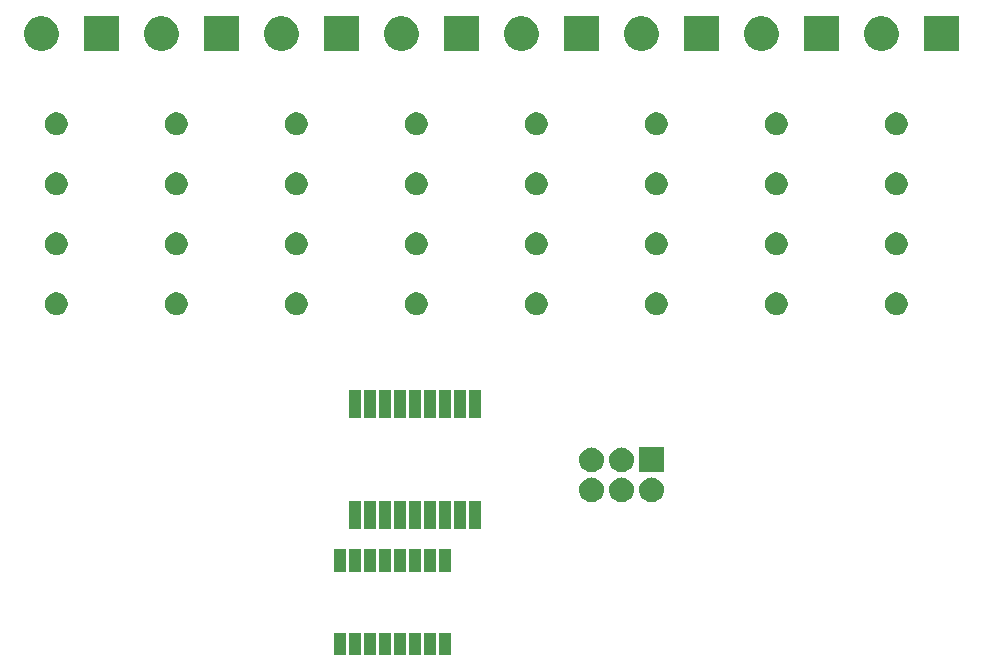
<source format=gts>
G04 #@! TF.GenerationSoftware,KiCad,Pcbnew,5.0.2-bee76a0~70~ubuntu18.04.1*
G04 #@! TF.CreationDate,2019-03-11T17:23:52+01:00*
G04 #@! TF.ProjectId,8RelaisReed,3852656c-6169-4735-9265-65642e6b6963,rev?*
G04 #@! TF.SameCoordinates,Original*
G04 #@! TF.FileFunction,Soldermask,Top*
G04 #@! TF.FilePolarity,Negative*
%FSLAX46Y46*%
G04 Gerber Fmt 4.6, Leading zero omitted, Abs format (unit mm)*
G04 Created by KiCad (PCBNEW 5.0.2-bee76a0~70~ubuntu18.04.1) date lun. 11 mars 2019 17:23:52 CET*
%MOMM*%
%LPD*%
G01*
G04 APERTURE LIST*
%ADD10C,0.100000*%
G04 APERTURE END LIST*
D10*
G36*
X175633000Y-122483000D02*
X174633000Y-122483000D01*
X174633000Y-120583000D01*
X175633000Y-120583000D01*
X175633000Y-122483000D01*
X175633000Y-122483000D01*
G37*
G36*
X174363000Y-122483000D02*
X173363000Y-122483000D01*
X173363000Y-120583000D01*
X174363000Y-120583000D01*
X174363000Y-122483000D01*
X174363000Y-122483000D01*
G37*
G36*
X166743000Y-122483000D02*
X165743000Y-122483000D01*
X165743000Y-120583000D01*
X166743000Y-120583000D01*
X166743000Y-122483000D01*
X166743000Y-122483000D01*
G37*
G36*
X168013000Y-122483000D02*
X167013000Y-122483000D01*
X167013000Y-120583000D01*
X168013000Y-120583000D01*
X168013000Y-122483000D01*
X168013000Y-122483000D01*
G37*
G36*
X169283000Y-122483000D02*
X168283000Y-122483000D01*
X168283000Y-120583000D01*
X169283000Y-120583000D01*
X169283000Y-122483000D01*
X169283000Y-122483000D01*
G37*
G36*
X171823000Y-122483000D02*
X170823000Y-122483000D01*
X170823000Y-120583000D01*
X171823000Y-120583000D01*
X171823000Y-122483000D01*
X171823000Y-122483000D01*
G37*
G36*
X173093000Y-122483000D02*
X172093000Y-122483000D01*
X172093000Y-120583000D01*
X173093000Y-120583000D01*
X173093000Y-122483000D01*
X173093000Y-122483000D01*
G37*
G36*
X170553000Y-122483000D02*
X169553000Y-122483000D01*
X169553000Y-120583000D01*
X170553000Y-120583000D01*
X170553000Y-122483000D01*
X170553000Y-122483000D01*
G37*
G36*
X168013000Y-115383000D02*
X167013000Y-115383000D01*
X167013000Y-113483000D01*
X168013000Y-113483000D01*
X168013000Y-115383000D01*
X168013000Y-115383000D01*
G37*
G36*
X166743000Y-115383000D02*
X165743000Y-115383000D01*
X165743000Y-113483000D01*
X166743000Y-113483000D01*
X166743000Y-115383000D01*
X166743000Y-115383000D01*
G37*
G36*
X169283000Y-115383000D02*
X168283000Y-115383000D01*
X168283000Y-113483000D01*
X169283000Y-113483000D01*
X169283000Y-115383000D01*
X169283000Y-115383000D01*
G37*
G36*
X170553000Y-115383000D02*
X169553000Y-115383000D01*
X169553000Y-113483000D01*
X170553000Y-113483000D01*
X170553000Y-115383000D01*
X170553000Y-115383000D01*
G37*
G36*
X173093000Y-115383000D02*
X172093000Y-115383000D01*
X172093000Y-113483000D01*
X173093000Y-113483000D01*
X173093000Y-115383000D01*
X173093000Y-115383000D01*
G37*
G36*
X174363000Y-115383000D02*
X173363000Y-115383000D01*
X173363000Y-113483000D01*
X174363000Y-113483000D01*
X174363000Y-115383000D01*
X174363000Y-115383000D01*
G37*
G36*
X171823000Y-115383000D02*
X170823000Y-115383000D01*
X170823000Y-113483000D01*
X171823000Y-113483000D01*
X171823000Y-115383000D01*
X171823000Y-115383000D01*
G37*
G36*
X175633000Y-115383000D02*
X174633000Y-115383000D01*
X174633000Y-113483000D01*
X175633000Y-113483000D01*
X175633000Y-115383000D01*
X175633000Y-115383000D01*
G37*
G36*
X176903000Y-111819000D02*
X175903000Y-111819000D01*
X175903000Y-109419000D01*
X176903000Y-109419000D01*
X176903000Y-111819000D01*
X176903000Y-111819000D01*
G37*
G36*
X175633000Y-111819000D02*
X174633000Y-111819000D01*
X174633000Y-109419000D01*
X175633000Y-109419000D01*
X175633000Y-111819000D01*
X175633000Y-111819000D01*
G37*
G36*
X174363000Y-111819000D02*
X173363000Y-111819000D01*
X173363000Y-109419000D01*
X174363000Y-109419000D01*
X174363000Y-111819000D01*
X174363000Y-111819000D01*
G37*
G36*
X173093000Y-111819000D02*
X172093000Y-111819000D01*
X172093000Y-109419000D01*
X173093000Y-109419000D01*
X173093000Y-111819000D01*
X173093000Y-111819000D01*
G37*
G36*
X170553000Y-111819000D02*
X169553000Y-111819000D01*
X169553000Y-109419000D01*
X170553000Y-109419000D01*
X170553000Y-111819000D01*
X170553000Y-111819000D01*
G37*
G36*
X169283000Y-111819000D02*
X168283000Y-111819000D01*
X168283000Y-109419000D01*
X169283000Y-109419000D01*
X169283000Y-111819000D01*
X169283000Y-111819000D01*
G37*
G36*
X178173000Y-111819000D02*
X177173000Y-111819000D01*
X177173000Y-109419000D01*
X178173000Y-109419000D01*
X178173000Y-111819000D01*
X178173000Y-111819000D01*
G37*
G36*
X168013000Y-111819000D02*
X167013000Y-111819000D01*
X167013000Y-109419000D01*
X168013000Y-109419000D01*
X168013000Y-111819000D01*
X168013000Y-111819000D01*
G37*
G36*
X171823000Y-111819000D02*
X170823000Y-111819000D01*
X170823000Y-109419000D01*
X171823000Y-109419000D01*
X171823000Y-111819000D01*
X171823000Y-111819000D01*
G37*
G36*
X192758707Y-107427596D02*
X192835836Y-107435193D01*
X192967787Y-107475220D01*
X193033763Y-107495233D01*
X193216172Y-107592733D01*
X193376054Y-107723946D01*
X193507267Y-107883828D01*
X193604767Y-108066237D01*
X193604767Y-108066238D01*
X193664807Y-108264164D01*
X193685080Y-108470000D01*
X193664807Y-108675836D01*
X193624780Y-108807787D01*
X193604767Y-108873763D01*
X193507267Y-109056172D01*
X193376054Y-109216054D01*
X193216172Y-109347267D01*
X193033763Y-109444767D01*
X192967787Y-109464780D01*
X192835836Y-109504807D01*
X192758707Y-109512404D01*
X192681580Y-109520000D01*
X192578420Y-109520000D01*
X192501293Y-109512404D01*
X192424164Y-109504807D01*
X192292213Y-109464780D01*
X192226237Y-109444767D01*
X192043828Y-109347267D01*
X191883946Y-109216054D01*
X191752733Y-109056172D01*
X191655233Y-108873763D01*
X191635220Y-108807787D01*
X191595193Y-108675836D01*
X191574920Y-108470000D01*
X191595193Y-108264164D01*
X191655233Y-108066238D01*
X191655233Y-108066237D01*
X191752733Y-107883828D01*
X191883946Y-107723946D01*
X192043828Y-107592733D01*
X192226237Y-107495233D01*
X192292213Y-107475220D01*
X192424164Y-107435193D01*
X192501293Y-107427596D01*
X192578420Y-107420000D01*
X192681580Y-107420000D01*
X192758707Y-107427596D01*
X192758707Y-107427596D01*
G37*
G36*
X190218707Y-107427596D02*
X190295836Y-107435193D01*
X190427787Y-107475220D01*
X190493763Y-107495233D01*
X190676172Y-107592733D01*
X190836054Y-107723946D01*
X190967267Y-107883828D01*
X191064767Y-108066237D01*
X191064767Y-108066238D01*
X191124807Y-108264164D01*
X191145080Y-108470000D01*
X191124807Y-108675836D01*
X191084780Y-108807787D01*
X191064767Y-108873763D01*
X190967267Y-109056172D01*
X190836054Y-109216054D01*
X190676172Y-109347267D01*
X190493763Y-109444767D01*
X190427787Y-109464780D01*
X190295836Y-109504807D01*
X190218707Y-109512404D01*
X190141580Y-109520000D01*
X190038420Y-109520000D01*
X189961293Y-109512404D01*
X189884164Y-109504807D01*
X189752213Y-109464780D01*
X189686237Y-109444767D01*
X189503828Y-109347267D01*
X189343946Y-109216054D01*
X189212733Y-109056172D01*
X189115233Y-108873763D01*
X189095220Y-108807787D01*
X189055193Y-108675836D01*
X189034920Y-108470000D01*
X189055193Y-108264164D01*
X189115233Y-108066238D01*
X189115233Y-108066237D01*
X189212733Y-107883828D01*
X189343946Y-107723946D01*
X189503828Y-107592733D01*
X189686237Y-107495233D01*
X189752213Y-107475220D01*
X189884164Y-107435193D01*
X189961293Y-107427596D01*
X190038420Y-107420000D01*
X190141580Y-107420000D01*
X190218707Y-107427596D01*
X190218707Y-107427596D01*
G37*
G36*
X187678707Y-107427596D02*
X187755836Y-107435193D01*
X187887787Y-107475220D01*
X187953763Y-107495233D01*
X188136172Y-107592733D01*
X188296054Y-107723946D01*
X188427267Y-107883828D01*
X188524767Y-108066237D01*
X188524767Y-108066238D01*
X188584807Y-108264164D01*
X188605080Y-108470000D01*
X188584807Y-108675836D01*
X188544780Y-108807787D01*
X188524767Y-108873763D01*
X188427267Y-109056172D01*
X188296054Y-109216054D01*
X188136172Y-109347267D01*
X187953763Y-109444767D01*
X187887787Y-109464780D01*
X187755836Y-109504807D01*
X187678707Y-109512404D01*
X187601580Y-109520000D01*
X187498420Y-109520000D01*
X187421293Y-109512404D01*
X187344164Y-109504807D01*
X187212213Y-109464780D01*
X187146237Y-109444767D01*
X186963828Y-109347267D01*
X186803946Y-109216054D01*
X186672733Y-109056172D01*
X186575233Y-108873763D01*
X186555220Y-108807787D01*
X186515193Y-108675836D01*
X186494920Y-108470000D01*
X186515193Y-108264164D01*
X186575233Y-108066238D01*
X186575233Y-108066237D01*
X186672733Y-107883828D01*
X186803946Y-107723946D01*
X186963828Y-107592733D01*
X187146237Y-107495233D01*
X187212213Y-107475220D01*
X187344164Y-107435193D01*
X187421293Y-107427596D01*
X187498420Y-107420000D01*
X187601580Y-107420000D01*
X187678707Y-107427596D01*
X187678707Y-107427596D01*
G37*
G36*
X187678707Y-104887596D02*
X187755836Y-104895193D01*
X187887787Y-104935220D01*
X187953763Y-104955233D01*
X188136172Y-105052733D01*
X188296054Y-105183946D01*
X188427267Y-105343828D01*
X188524767Y-105526237D01*
X188524767Y-105526238D01*
X188584807Y-105724164D01*
X188605080Y-105930000D01*
X188584807Y-106135836D01*
X188544780Y-106267787D01*
X188524767Y-106333763D01*
X188427267Y-106516172D01*
X188296054Y-106676054D01*
X188136172Y-106807267D01*
X187953763Y-106904767D01*
X187887787Y-106924780D01*
X187755836Y-106964807D01*
X187678707Y-106972404D01*
X187601580Y-106980000D01*
X187498420Y-106980000D01*
X187421293Y-106972404D01*
X187344164Y-106964807D01*
X187212213Y-106924780D01*
X187146237Y-106904767D01*
X186963828Y-106807267D01*
X186803946Y-106676054D01*
X186672733Y-106516172D01*
X186575233Y-106333763D01*
X186555220Y-106267787D01*
X186515193Y-106135836D01*
X186494920Y-105930000D01*
X186515193Y-105724164D01*
X186575233Y-105526238D01*
X186575233Y-105526237D01*
X186672733Y-105343828D01*
X186803946Y-105183946D01*
X186963828Y-105052733D01*
X187146237Y-104955233D01*
X187212213Y-104935220D01*
X187344164Y-104895193D01*
X187421293Y-104887596D01*
X187498420Y-104880000D01*
X187601580Y-104880000D01*
X187678707Y-104887596D01*
X187678707Y-104887596D01*
G37*
G36*
X190218707Y-104887596D02*
X190295836Y-104895193D01*
X190427787Y-104935220D01*
X190493763Y-104955233D01*
X190676172Y-105052733D01*
X190836054Y-105183946D01*
X190967267Y-105343828D01*
X191064767Y-105526237D01*
X191064767Y-105526238D01*
X191124807Y-105724164D01*
X191145080Y-105930000D01*
X191124807Y-106135836D01*
X191084780Y-106267787D01*
X191064767Y-106333763D01*
X190967267Y-106516172D01*
X190836054Y-106676054D01*
X190676172Y-106807267D01*
X190493763Y-106904767D01*
X190427787Y-106924780D01*
X190295836Y-106964807D01*
X190218707Y-106972404D01*
X190141580Y-106980000D01*
X190038420Y-106980000D01*
X189961293Y-106972404D01*
X189884164Y-106964807D01*
X189752213Y-106924780D01*
X189686237Y-106904767D01*
X189503828Y-106807267D01*
X189343946Y-106676054D01*
X189212733Y-106516172D01*
X189115233Y-106333763D01*
X189095220Y-106267787D01*
X189055193Y-106135836D01*
X189034920Y-105930000D01*
X189055193Y-105724164D01*
X189115233Y-105526238D01*
X189115233Y-105526237D01*
X189212733Y-105343828D01*
X189343946Y-105183946D01*
X189503828Y-105052733D01*
X189686237Y-104955233D01*
X189752213Y-104935220D01*
X189884164Y-104895193D01*
X189961293Y-104887596D01*
X190038420Y-104880000D01*
X190141580Y-104880000D01*
X190218707Y-104887596D01*
X190218707Y-104887596D01*
G37*
G36*
X193680000Y-106980000D02*
X191580000Y-106980000D01*
X191580000Y-104880000D01*
X193680000Y-104880000D01*
X193680000Y-106980000D01*
X193680000Y-106980000D01*
G37*
G36*
X178173000Y-102419000D02*
X177173000Y-102419000D01*
X177173000Y-100019000D01*
X178173000Y-100019000D01*
X178173000Y-102419000D01*
X178173000Y-102419000D01*
G37*
G36*
X168013000Y-102419000D02*
X167013000Y-102419000D01*
X167013000Y-100019000D01*
X168013000Y-100019000D01*
X168013000Y-102419000D01*
X168013000Y-102419000D01*
G37*
G36*
X169283000Y-102419000D02*
X168283000Y-102419000D01*
X168283000Y-100019000D01*
X169283000Y-100019000D01*
X169283000Y-102419000D01*
X169283000Y-102419000D01*
G37*
G36*
X170553000Y-102419000D02*
X169553000Y-102419000D01*
X169553000Y-100019000D01*
X170553000Y-100019000D01*
X170553000Y-102419000D01*
X170553000Y-102419000D01*
G37*
G36*
X171823000Y-102419000D02*
X170823000Y-102419000D01*
X170823000Y-100019000D01*
X171823000Y-100019000D01*
X171823000Y-102419000D01*
X171823000Y-102419000D01*
G37*
G36*
X173093000Y-102419000D02*
X172093000Y-102419000D01*
X172093000Y-100019000D01*
X173093000Y-100019000D01*
X173093000Y-102419000D01*
X173093000Y-102419000D01*
G37*
G36*
X175633000Y-102419000D02*
X174633000Y-102419000D01*
X174633000Y-100019000D01*
X175633000Y-100019000D01*
X175633000Y-102419000D01*
X175633000Y-102419000D01*
G37*
G36*
X176903000Y-102419000D02*
X175903000Y-102419000D01*
X175903000Y-100019000D01*
X176903000Y-100019000D01*
X176903000Y-102419000D01*
X176903000Y-102419000D01*
G37*
G36*
X174363000Y-102419000D02*
X173363000Y-102419000D01*
X173363000Y-100019000D01*
X174363000Y-100019000D01*
X174363000Y-102419000D01*
X174363000Y-102419000D01*
G37*
G36*
X203480603Y-91784968D02*
X203480606Y-91784969D01*
X203480605Y-91784969D01*
X203655678Y-91857486D01*
X203655679Y-91857487D01*
X203813241Y-91962767D01*
X203947233Y-92096759D01*
X203947234Y-92096761D01*
X204052514Y-92254322D01*
X204108603Y-92389734D01*
X204125032Y-92429397D01*
X204162000Y-92615250D01*
X204162000Y-92804750D01*
X204125032Y-92990603D01*
X204125031Y-92990605D01*
X204052514Y-93165678D01*
X204052513Y-93165679D01*
X203947233Y-93323241D01*
X203813241Y-93457233D01*
X203733923Y-93510232D01*
X203655678Y-93562514D01*
X203520266Y-93618603D01*
X203480603Y-93635032D01*
X203294750Y-93672000D01*
X203105250Y-93672000D01*
X202919397Y-93635032D01*
X202879734Y-93618603D01*
X202744322Y-93562514D01*
X202666077Y-93510232D01*
X202586759Y-93457233D01*
X202452767Y-93323241D01*
X202347487Y-93165679D01*
X202347486Y-93165678D01*
X202274969Y-92990605D01*
X202274968Y-92990603D01*
X202238000Y-92804750D01*
X202238000Y-92615250D01*
X202274968Y-92429397D01*
X202291397Y-92389734D01*
X202347486Y-92254322D01*
X202452766Y-92096761D01*
X202452767Y-92096759D01*
X202586759Y-91962767D01*
X202744321Y-91857487D01*
X202744322Y-91857486D01*
X202919395Y-91784969D01*
X202919394Y-91784969D01*
X202919397Y-91784968D01*
X203105250Y-91748000D01*
X203294750Y-91748000D01*
X203480603Y-91784968D01*
X203480603Y-91784968D01*
G37*
G36*
X193320603Y-91784968D02*
X193320606Y-91784969D01*
X193320605Y-91784969D01*
X193495678Y-91857486D01*
X193495679Y-91857487D01*
X193653241Y-91962767D01*
X193787233Y-92096759D01*
X193787234Y-92096761D01*
X193892514Y-92254322D01*
X193948603Y-92389734D01*
X193965032Y-92429397D01*
X194002000Y-92615250D01*
X194002000Y-92804750D01*
X193965032Y-92990603D01*
X193965031Y-92990605D01*
X193892514Y-93165678D01*
X193892513Y-93165679D01*
X193787233Y-93323241D01*
X193653241Y-93457233D01*
X193573923Y-93510232D01*
X193495678Y-93562514D01*
X193360266Y-93618603D01*
X193320603Y-93635032D01*
X193134750Y-93672000D01*
X192945250Y-93672000D01*
X192759397Y-93635032D01*
X192719734Y-93618603D01*
X192584322Y-93562514D01*
X192506077Y-93510232D01*
X192426759Y-93457233D01*
X192292767Y-93323241D01*
X192187487Y-93165679D01*
X192187486Y-93165678D01*
X192114969Y-92990605D01*
X192114968Y-92990603D01*
X192078000Y-92804750D01*
X192078000Y-92615250D01*
X192114968Y-92429397D01*
X192131397Y-92389734D01*
X192187486Y-92254322D01*
X192292766Y-92096761D01*
X192292767Y-92096759D01*
X192426759Y-91962767D01*
X192584321Y-91857487D01*
X192584322Y-91857486D01*
X192759395Y-91784969D01*
X192759394Y-91784969D01*
X192759397Y-91784968D01*
X192945250Y-91748000D01*
X193134750Y-91748000D01*
X193320603Y-91784968D01*
X193320603Y-91784968D01*
G37*
G36*
X183160603Y-91784968D02*
X183160606Y-91784969D01*
X183160605Y-91784969D01*
X183335678Y-91857486D01*
X183335679Y-91857487D01*
X183493241Y-91962767D01*
X183627233Y-92096759D01*
X183627234Y-92096761D01*
X183732514Y-92254322D01*
X183788603Y-92389734D01*
X183805032Y-92429397D01*
X183842000Y-92615250D01*
X183842000Y-92804750D01*
X183805032Y-92990603D01*
X183805031Y-92990605D01*
X183732514Y-93165678D01*
X183732513Y-93165679D01*
X183627233Y-93323241D01*
X183493241Y-93457233D01*
X183413923Y-93510232D01*
X183335678Y-93562514D01*
X183200266Y-93618603D01*
X183160603Y-93635032D01*
X182974750Y-93672000D01*
X182785250Y-93672000D01*
X182599397Y-93635032D01*
X182559734Y-93618603D01*
X182424322Y-93562514D01*
X182346077Y-93510232D01*
X182266759Y-93457233D01*
X182132767Y-93323241D01*
X182027487Y-93165679D01*
X182027486Y-93165678D01*
X181954969Y-92990605D01*
X181954968Y-92990603D01*
X181918000Y-92804750D01*
X181918000Y-92615250D01*
X181954968Y-92429397D01*
X181971397Y-92389734D01*
X182027486Y-92254322D01*
X182132766Y-92096761D01*
X182132767Y-92096759D01*
X182266759Y-91962767D01*
X182424321Y-91857487D01*
X182424322Y-91857486D01*
X182599395Y-91784969D01*
X182599394Y-91784969D01*
X182599397Y-91784968D01*
X182785250Y-91748000D01*
X182974750Y-91748000D01*
X183160603Y-91784968D01*
X183160603Y-91784968D01*
G37*
G36*
X213640603Y-91784968D02*
X213640606Y-91784969D01*
X213640605Y-91784969D01*
X213815678Y-91857486D01*
X213815679Y-91857487D01*
X213973241Y-91962767D01*
X214107233Y-92096759D01*
X214107234Y-92096761D01*
X214212514Y-92254322D01*
X214268603Y-92389734D01*
X214285032Y-92429397D01*
X214322000Y-92615250D01*
X214322000Y-92804750D01*
X214285032Y-92990603D01*
X214285031Y-92990605D01*
X214212514Y-93165678D01*
X214212513Y-93165679D01*
X214107233Y-93323241D01*
X213973241Y-93457233D01*
X213893923Y-93510232D01*
X213815678Y-93562514D01*
X213680266Y-93618603D01*
X213640603Y-93635032D01*
X213454750Y-93672000D01*
X213265250Y-93672000D01*
X213079397Y-93635032D01*
X213039734Y-93618603D01*
X212904322Y-93562514D01*
X212826077Y-93510232D01*
X212746759Y-93457233D01*
X212612767Y-93323241D01*
X212507487Y-93165679D01*
X212507486Y-93165678D01*
X212434969Y-92990605D01*
X212434968Y-92990603D01*
X212398000Y-92804750D01*
X212398000Y-92615250D01*
X212434968Y-92429397D01*
X212451397Y-92389734D01*
X212507486Y-92254322D01*
X212612766Y-92096761D01*
X212612767Y-92096759D01*
X212746759Y-91962767D01*
X212904321Y-91857487D01*
X212904322Y-91857486D01*
X213079395Y-91784969D01*
X213079394Y-91784969D01*
X213079397Y-91784968D01*
X213265250Y-91748000D01*
X213454750Y-91748000D01*
X213640603Y-91784968D01*
X213640603Y-91784968D01*
G37*
G36*
X162840603Y-91784968D02*
X162840606Y-91784969D01*
X162840605Y-91784969D01*
X163015678Y-91857486D01*
X163015679Y-91857487D01*
X163173241Y-91962767D01*
X163307233Y-92096759D01*
X163307234Y-92096761D01*
X163412514Y-92254322D01*
X163468603Y-92389734D01*
X163485032Y-92429397D01*
X163522000Y-92615250D01*
X163522000Y-92804750D01*
X163485032Y-92990603D01*
X163485031Y-92990605D01*
X163412514Y-93165678D01*
X163412513Y-93165679D01*
X163307233Y-93323241D01*
X163173241Y-93457233D01*
X163093923Y-93510232D01*
X163015678Y-93562514D01*
X162880266Y-93618603D01*
X162840603Y-93635032D01*
X162654750Y-93672000D01*
X162465250Y-93672000D01*
X162279397Y-93635032D01*
X162239734Y-93618603D01*
X162104322Y-93562514D01*
X162026077Y-93510232D01*
X161946759Y-93457233D01*
X161812767Y-93323241D01*
X161707487Y-93165679D01*
X161707486Y-93165678D01*
X161634969Y-92990605D01*
X161634968Y-92990603D01*
X161598000Y-92804750D01*
X161598000Y-92615250D01*
X161634968Y-92429397D01*
X161651397Y-92389734D01*
X161707486Y-92254322D01*
X161812766Y-92096761D01*
X161812767Y-92096759D01*
X161946759Y-91962767D01*
X162104321Y-91857487D01*
X162104322Y-91857486D01*
X162279395Y-91784969D01*
X162279394Y-91784969D01*
X162279397Y-91784968D01*
X162465250Y-91748000D01*
X162654750Y-91748000D01*
X162840603Y-91784968D01*
X162840603Y-91784968D01*
G37*
G36*
X173000603Y-91784968D02*
X173000606Y-91784969D01*
X173000605Y-91784969D01*
X173175678Y-91857486D01*
X173175679Y-91857487D01*
X173333241Y-91962767D01*
X173467233Y-92096759D01*
X173467234Y-92096761D01*
X173572514Y-92254322D01*
X173628603Y-92389734D01*
X173645032Y-92429397D01*
X173682000Y-92615250D01*
X173682000Y-92804750D01*
X173645032Y-92990603D01*
X173645031Y-92990605D01*
X173572514Y-93165678D01*
X173572513Y-93165679D01*
X173467233Y-93323241D01*
X173333241Y-93457233D01*
X173253923Y-93510232D01*
X173175678Y-93562514D01*
X173040266Y-93618603D01*
X173000603Y-93635032D01*
X172814750Y-93672000D01*
X172625250Y-93672000D01*
X172439397Y-93635032D01*
X172399734Y-93618603D01*
X172264322Y-93562514D01*
X172186077Y-93510232D01*
X172106759Y-93457233D01*
X171972767Y-93323241D01*
X171867487Y-93165679D01*
X171867486Y-93165678D01*
X171794969Y-92990605D01*
X171794968Y-92990603D01*
X171758000Y-92804750D01*
X171758000Y-92615250D01*
X171794968Y-92429397D01*
X171811397Y-92389734D01*
X171867486Y-92254322D01*
X171972766Y-92096761D01*
X171972767Y-92096759D01*
X172106759Y-91962767D01*
X172264321Y-91857487D01*
X172264322Y-91857486D01*
X172439395Y-91784969D01*
X172439394Y-91784969D01*
X172439397Y-91784968D01*
X172625250Y-91748000D01*
X172814750Y-91748000D01*
X173000603Y-91784968D01*
X173000603Y-91784968D01*
G37*
G36*
X142520603Y-91784968D02*
X142520606Y-91784969D01*
X142520605Y-91784969D01*
X142695678Y-91857486D01*
X142695679Y-91857487D01*
X142853241Y-91962767D01*
X142987233Y-92096759D01*
X142987234Y-92096761D01*
X143092514Y-92254322D01*
X143148603Y-92389734D01*
X143165032Y-92429397D01*
X143202000Y-92615250D01*
X143202000Y-92804750D01*
X143165032Y-92990603D01*
X143165031Y-92990605D01*
X143092514Y-93165678D01*
X143092513Y-93165679D01*
X142987233Y-93323241D01*
X142853241Y-93457233D01*
X142773923Y-93510232D01*
X142695678Y-93562514D01*
X142560266Y-93618603D01*
X142520603Y-93635032D01*
X142334750Y-93672000D01*
X142145250Y-93672000D01*
X141959397Y-93635032D01*
X141919734Y-93618603D01*
X141784322Y-93562514D01*
X141706077Y-93510232D01*
X141626759Y-93457233D01*
X141492767Y-93323241D01*
X141387487Y-93165679D01*
X141387486Y-93165678D01*
X141314969Y-92990605D01*
X141314968Y-92990603D01*
X141278000Y-92804750D01*
X141278000Y-92615250D01*
X141314968Y-92429397D01*
X141331397Y-92389734D01*
X141387486Y-92254322D01*
X141492766Y-92096761D01*
X141492767Y-92096759D01*
X141626759Y-91962767D01*
X141784321Y-91857487D01*
X141784322Y-91857486D01*
X141959395Y-91784969D01*
X141959394Y-91784969D01*
X141959397Y-91784968D01*
X142145250Y-91748000D01*
X142334750Y-91748000D01*
X142520603Y-91784968D01*
X142520603Y-91784968D01*
G37*
G36*
X152680603Y-91784968D02*
X152680606Y-91784969D01*
X152680605Y-91784969D01*
X152855678Y-91857486D01*
X152855679Y-91857487D01*
X153013241Y-91962767D01*
X153147233Y-92096759D01*
X153147234Y-92096761D01*
X153252514Y-92254322D01*
X153308603Y-92389734D01*
X153325032Y-92429397D01*
X153362000Y-92615250D01*
X153362000Y-92804750D01*
X153325032Y-92990603D01*
X153325031Y-92990605D01*
X153252514Y-93165678D01*
X153252513Y-93165679D01*
X153147233Y-93323241D01*
X153013241Y-93457233D01*
X152933923Y-93510232D01*
X152855678Y-93562514D01*
X152720266Y-93618603D01*
X152680603Y-93635032D01*
X152494750Y-93672000D01*
X152305250Y-93672000D01*
X152119397Y-93635032D01*
X152079734Y-93618603D01*
X151944322Y-93562514D01*
X151866077Y-93510232D01*
X151786759Y-93457233D01*
X151652767Y-93323241D01*
X151547487Y-93165679D01*
X151547486Y-93165678D01*
X151474969Y-92990605D01*
X151474968Y-92990603D01*
X151438000Y-92804750D01*
X151438000Y-92615250D01*
X151474968Y-92429397D01*
X151491397Y-92389734D01*
X151547486Y-92254322D01*
X151652766Y-92096761D01*
X151652767Y-92096759D01*
X151786759Y-91962767D01*
X151944321Y-91857487D01*
X151944322Y-91857486D01*
X152119395Y-91784969D01*
X152119394Y-91784969D01*
X152119397Y-91784968D01*
X152305250Y-91748000D01*
X152494750Y-91748000D01*
X152680603Y-91784968D01*
X152680603Y-91784968D01*
G37*
G36*
X203480603Y-86704968D02*
X203480606Y-86704969D01*
X203480605Y-86704969D01*
X203655678Y-86777486D01*
X203655679Y-86777487D01*
X203813241Y-86882767D01*
X203947233Y-87016759D01*
X203947234Y-87016761D01*
X204052514Y-87174322D01*
X204108603Y-87309734D01*
X204125032Y-87349397D01*
X204162000Y-87535250D01*
X204162000Y-87724750D01*
X204125032Y-87910603D01*
X204125031Y-87910605D01*
X204052514Y-88085678D01*
X204052513Y-88085679D01*
X203947233Y-88243241D01*
X203813241Y-88377233D01*
X203733923Y-88430232D01*
X203655678Y-88482514D01*
X203520266Y-88538603D01*
X203480603Y-88555032D01*
X203294750Y-88592000D01*
X203105250Y-88592000D01*
X202919397Y-88555032D01*
X202879734Y-88538603D01*
X202744322Y-88482514D01*
X202666077Y-88430232D01*
X202586759Y-88377233D01*
X202452767Y-88243241D01*
X202347487Y-88085679D01*
X202347486Y-88085678D01*
X202274969Y-87910605D01*
X202274968Y-87910603D01*
X202238000Y-87724750D01*
X202238000Y-87535250D01*
X202274968Y-87349397D01*
X202291397Y-87309734D01*
X202347486Y-87174322D01*
X202452766Y-87016761D01*
X202452767Y-87016759D01*
X202586759Y-86882767D01*
X202744321Y-86777487D01*
X202744322Y-86777486D01*
X202919395Y-86704969D01*
X202919394Y-86704969D01*
X202919397Y-86704968D01*
X203105250Y-86668000D01*
X203294750Y-86668000D01*
X203480603Y-86704968D01*
X203480603Y-86704968D01*
G37*
G36*
X213640603Y-86704968D02*
X213640606Y-86704969D01*
X213640605Y-86704969D01*
X213815678Y-86777486D01*
X213815679Y-86777487D01*
X213973241Y-86882767D01*
X214107233Y-87016759D01*
X214107234Y-87016761D01*
X214212514Y-87174322D01*
X214268603Y-87309734D01*
X214285032Y-87349397D01*
X214322000Y-87535250D01*
X214322000Y-87724750D01*
X214285032Y-87910603D01*
X214285031Y-87910605D01*
X214212514Y-88085678D01*
X214212513Y-88085679D01*
X214107233Y-88243241D01*
X213973241Y-88377233D01*
X213893923Y-88430232D01*
X213815678Y-88482514D01*
X213680266Y-88538603D01*
X213640603Y-88555032D01*
X213454750Y-88592000D01*
X213265250Y-88592000D01*
X213079397Y-88555032D01*
X213039734Y-88538603D01*
X212904322Y-88482514D01*
X212826077Y-88430232D01*
X212746759Y-88377233D01*
X212612767Y-88243241D01*
X212507487Y-88085679D01*
X212507486Y-88085678D01*
X212434969Y-87910605D01*
X212434968Y-87910603D01*
X212398000Y-87724750D01*
X212398000Y-87535250D01*
X212434968Y-87349397D01*
X212451397Y-87309734D01*
X212507486Y-87174322D01*
X212612766Y-87016761D01*
X212612767Y-87016759D01*
X212746759Y-86882767D01*
X212904321Y-86777487D01*
X212904322Y-86777486D01*
X213079395Y-86704969D01*
X213079394Y-86704969D01*
X213079397Y-86704968D01*
X213265250Y-86668000D01*
X213454750Y-86668000D01*
X213640603Y-86704968D01*
X213640603Y-86704968D01*
G37*
G36*
X193320603Y-86704968D02*
X193320606Y-86704969D01*
X193320605Y-86704969D01*
X193495678Y-86777486D01*
X193495679Y-86777487D01*
X193653241Y-86882767D01*
X193787233Y-87016759D01*
X193787234Y-87016761D01*
X193892514Y-87174322D01*
X193948603Y-87309734D01*
X193965032Y-87349397D01*
X194002000Y-87535250D01*
X194002000Y-87724750D01*
X193965032Y-87910603D01*
X193965031Y-87910605D01*
X193892514Y-88085678D01*
X193892513Y-88085679D01*
X193787233Y-88243241D01*
X193653241Y-88377233D01*
X193573923Y-88430232D01*
X193495678Y-88482514D01*
X193360266Y-88538603D01*
X193320603Y-88555032D01*
X193134750Y-88592000D01*
X192945250Y-88592000D01*
X192759397Y-88555032D01*
X192719734Y-88538603D01*
X192584322Y-88482514D01*
X192506077Y-88430232D01*
X192426759Y-88377233D01*
X192292767Y-88243241D01*
X192187487Y-88085679D01*
X192187486Y-88085678D01*
X192114969Y-87910605D01*
X192114968Y-87910603D01*
X192078000Y-87724750D01*
X192078000Y-87535250D01*
X192114968Y-87349397D01*
X192131397Y-87309734D01*
X192187486Y-87174322D01*
X192292766Y-87016761D01*
X192292767Y-87016759D01*
X192426759Y-86882767D01*
X192584321Y-86777487D01*
X192584322Y-86777486D01*
X192759395Y-86704969D01*
X192759394Y-86704969D01*
X192759397Y-86704968D01*
X192945250Y-86668000D01*
X193134750Y-86668000D01*
X193320603Y-86704968D01*
X193320603Y-86704968D01*
G37*
G36*
X183160603Y-86704968D02*
X183160606Y-86704969D01*
X183160605Y-86704969D01*
X183335678Y-86777486D01*
X183335679Y-86777487D01*
X183493241Y-86882767D01*
X183627233Y-87016759D01*
X183627234Y-87016761D01*
X183732514Y-87174322D01*
X183788603Y-87309734D01*
X183805032Y-87349397D01*
X183842000Y-87535250D01*
X183842000Y-87724750D01*
X183805032Y-87910603D01*
X183805031Y-87910605D01*
X183732514Y-88085678D01*
X183732513Y-88085679D01*
X183627233Y-88243241D01*
X183493241Y-88377233D01*
X183413923Y-88430232D01*
X183335678Y-88482514D01*
X183200266Y-88538603D01*
X183160603Y-88555032D01*
X182974750Y-88592000D01*
X182785250Y-88592000D01*
X182599397Y-88555032D01*
X182559734Y-88538603D01*
X182424322Y-88482514D01*
X182346077Y-88430232D01*
X182266759Y-88377233D01*
X182132767Y-88243241D01*
X182027487Y-88085679D01*
X182027486Y-88085678D01*
X181954969Y-87910605D01*
X181954968Y-87910603D01*
X181918000Y-87724750D01*
X181918000Y-87535250D01*
X181954968Y-87349397D01*
X181971397Y-87309734D01*
X182027486Y-87174322D01*
X182132766Y-87016761D01*
X182132767Y-87016759D01*
X182266759Y-86882767D01*
X182424321Y-86777487D01*
X182424322Y-86777486D01*
X182599395Y-86704969D01*
X182599394Y-86704969D01*
X182599397Y-86704968D01*
X182785250Y-86668000D01*
X182974750Y-86668000D01*
X183160603Y-86704968D01*
X183160603Y-86704968D01*
G37*
G36*
X173000603Y-86704968D02*
X173000606Y-86704969D01*
X173000605Y-86704969D01*
X173175678Y-86777486D01*
X173175679Y-86777487D01*
X173333241Y-86882767D01*
X173467233Y-87016759D01*
X173467234Y-87016761D01*
X173572514Y-87174322D01*
X173628603Y-87309734D01*
X173645032Y-87349397D01*
X173682000Y-87535250D01*
X173682000Y-87724750D01*
X173645032Y-87910603D01*
X173645031Y-87910605D01*
X173572514Y-88085678D01*
X173572513Y-88085679D01*
X173467233Y-88243241D01*
X173333241Y-88377233D01*
X173253923Y-88430232D01*
X173175678Y-88482514D01*
X173040266Y-88538603D01*
X173000603Y-88555032D01*
X172814750Y-88592000D01*
X172625250Y-88592000D01*
X172439397Y-88555032D01*
X172399734Y-88538603D01*
X172264322Y-88482514D01*
X172186077Y-88430232D01*
X172106759Y-88377233D01*
X171972767Y-88243241D01*
X171867487Y-88085679D01*
X171867486Y-88085678D01*
X171794969Y-87910605D01*
X171794968Y-87910603D01*
X171758000Y-87724750D01*
X171758000Y-87535250D01*
X171794968Y-87349397D01*
X171811397Y-87309734D01*
X171867486Y-87174322D01*
X171972766Y-87016761D01*
X171972767Y-87016759D01*
X172106759Y-86882767D01*
X172264321Y-86777487D01*
X172264322Y-86777486D01*
X172439395Y-86704969D01*
X172439394Y-86704969D01*
X172439397Y-86704968D01*
X172625250Y-86668000D01*
X172814750Y-86668000D01*
X173000603Y-86704968D01*
X173000603Y-86704968D01*
G37*
G36*
X152680603Y-86704968D02*
X152680606Y-86704969D01*
X152680605Y-86704969D01*
X152855678Y-86777486D01*
X152855679Y-86777487D01*
X153013241Y-86882767D01*
X153147233Y-87016759D01*
X153147234Y-87016761D01*
X153252514Y-87174322D01*
X153308603Y-87309734D01*
X153325032Y-87349397D01*
X153362000Y-87535250D01*
X153362000Y-87724750D01*
X153325032Y-87910603D01*
X153325031Y-87910605D01*
X153252514Y-88085678D01*
X153252513Y-88085679D01*
X153147233Y-88243241D01*
X153013241Y-88377233D01*
X152933923Y-88430232D01*
X152855678Y-88482514D01*
X152720266Y-88538603D01*
X152680603Y-88555032D01*
X152494750Y-88592000D01*
X152305250Y-88592000D01*
X152119397Y-88555032D01*
X152079734Y-88538603D01*
X151944322Y-88482514D01*
X151866077Y-88430232D01*
X151786759Y-88377233D01*
X151652767Y-88243241D01*
X151547487Y-88085679D01*
X151547486Y-88085678D01*
X151474969Y-87910605D01*
X151474968Y-87910603D01*
X151438000Y-87724750D01*
X151438000Y-87535250D01*
X151474968Y-87349397D01*
X151491397Y-87309734D01*
X151547486Y-87174322D01*
X151652766Y-87016761D01*
X151652767Y-87016759D01*
X151786759Y-86882767D01*
X151944321Y-86777487D01*
X151944322Y-86777486D01*
X152119395Y-86704969D01*
X152119394Y-86704969D01*
X152119397Y-86704968D01*
X152305250Y-86668000D01*
X152494750Y-86668000D01*
X152680603Y-86704968D01*
X152680603Y-86704968D01*
G37*
G36*
X162840603Y-86704968D02*
X162840606Y-86704969D01*
X162840605Y-86704969D01*
X163015678Y-86777486D01*
X163015679Y-86777487D01*
X163173241Y-86882767D01*
X163307233Y-87016759D01*
X163307234Y-87016761D01*
X163412514Y-87174322D01*
X163468603Y-87309734D01*
X163485032Y-87349397D01*
X163522000Y-87535250D01*
X163522000Y-87724750D01*
X163485032Y-87910603D01*
X163485031Y-87910605D01*
X163412514Y-88085678D01*
X163412513Y-88085679D01*
X163307233Y-88243241D01*
X163173241Y-88377233D01*
X163093923Y-88430232D01*
X163015678Y-88482514D01*
X162880266Y-88538603D01*
X162840603Y-88555032D01*
X162654750Y-88592000D01*
X162465250Y-88592000D01*
X162279397Y-88555032D01*
X162239734Y-88538603D01*
X162104322Y-88482514D01*
X162026077Y-88430232D01*
X161946759Y-88377233D01*
X161812767Y-88243241D01*
X161707487Y-88085679D01*
X161707486Y-88085678D01*
X161634969Y-87910605D01*
X161634968Y-87910603D01*
X161598000Y-87724750D01*
X161598000Y-87535250D01*
X161634968Y-87349397D01*
X161651397Y-87309734D01*
X161707486Y-87174322D01*
X161812766Y-87016761D01*
X161812767Y-87016759D01*
X161946759Y-86882767D01*
X162104321Y-86777487D01*
X162104322Y-86777486D01*
X162279395Y-86704969D01*
X162279394Y-86704969D01*
X162279397Y-86704968D01*
X162465250Y-86668000D01*
X162654750Y-86668000D01*
X162840603Y-86704968D01*
X162840603Y-86704968D01*
G37*
G36*
X142520603Y-86704968D02*
X142520606Y-86704969D01*
X142520605Y-86704969D01*
X142695678Y-86777486D01*
X142695679Y-86777487D01*
X142853241Y-86882767D01*
X142987233Y-87016759D01*
X142987234Y-87016761D01*
X143092514Y-87174322D01*
X143148603Y-87309734D01*
X143165032Y-87349397D01*
X143202000Y-87535250D01*
X143202000Y-87724750D01*
X143165032Y-87910603D01*
X143165031Y-87910605D01*
X143092514Y-88085678D01*
X143092513Y-88085679D01*
X142987233Y-88243241D01*
X142853241Y-88377233D01*
X142773923Y-88430232D01*
X142695678Y-88482514D01*
X142560266Y-88538603D01*
X142520603Y-88555032D01*
X142334750Y-88592000D01*
X142145250Y-88592000D01*
X141959397Y-88555032D01*
X141919734Y-88538603D01*
X141784322Y-88482514D01*
X141706077Y-88430232D01*
X141626759Y-88377233D01*
X141492767Y-88243241D01*
X141387487Y-88085679D01*
X141387486Y-88085678D01*
X141314969Y-87910605D01*
X141314968Y-87910603D01*
X141278000Y-87724750D01*
X141278000Y-87535250D01*
X141314968Y-87349397D01*
X141331397Y-87309734D01*
X141387486Y-87174322D01*
X141492766Y-87016761D01*
X141492767Y-87016759D01*
X141626759Y-86882767D01*
X141784321Y-86777487D01*
X141784322Y-86777486D01*
X141959395Y-86704969D01*
X141959394Y-86704969D01*
X141959397Y-86704968D01*
X142145250Y-86668000D01*
X142334750Y-86668000D01*
X142520603Y-86704968D01*
X142520603Y-86704968D01*
G37*
G36*
X152680603Y-81624968D02*
X152680606Y-81624969D01*
X152680605Y-81624969D01*
X152855678Y-81697486D01*
X152855679Y-81697487D01*
X153013241Y-81802767D01*
X153147233Y-81936759D01*
X153147234Y-81936761D01*
X153252514Y-82094322D01*
X153308603Y-82229734D01*
X153325032Y-82269397D01*
X153362000Y-82455250D01*
X153362000Y-82644750D01*
X153325032Y-82830603D01*
X153325031Y-82830605D01*
X153252514Y-83005678D01*
X153252513Y-83005679D01*
X153147233Y-83163241D01*
X153013241Y-83297233D01*
X152933923Y-83350232D01*
X152855678Y-83402514D01*
X152720266Y-83458603D01*
X152680603Y-83475032D01*
X152494750Y-83512000D01*
X152305250Y-83512000D01*
X152119397Y-83475032D01*
X152079734Y-83458603D01*
X151944322Y-83402514D01*
X151866077Y-83350232D01*
X151786759Y-83297233D01*
X151652767Y-83163241D01*
X151547487Y-83005679D01*
X151547486Y-83005678D01*
X151474969Y-82830605D01*
X151474968Y-82830603D01*
X151438000Y-82644750D01*
X151438000Y-82455250D01*
X151474968Y-82269397D01*
X151491397Y-82229734D01*
X151547486Y-82094322D01*
X151652766Y-81936761D01*
X151652767Y-81936759D01*
X151786759Y-81802767D01*
X151944321Y-81697487D01*
X151944322Y-81697486D01*
X152119395Y-81624969D01*
X152119394Y-81624969D01*
X152119397Y-81624968D01*
X152305250Y-81588000D01*
X152494750Y-81588000D01*
X152680603Y-81624968D01*
X152680603Y-81624968D01*
G37*
G36*
X142520603Y-81624968D02*
X142520606Y-81624969D01*
X142520605Y-81624969D01*
X142695678Y-81697486D01*
X142695679Y-81697487D01*
X142853241Y-81802767D01*
X142987233Y-81936759D01*
X142987234Y-81936761D01*
X143092514Y-82094322D01*
X143148603Y-82229734D01*
X143165032Y-82269397D01*
X143202000Y-82455250D01*
X143202000Y-82644750D01*
X143165032Y-82830603D01*
X143165031Y-82830605D01*
X143092514Y-83005678D01*
X143092513Y-83005679D01*
X142987233Y-83163241D01*
X142853241Y-83297233D01*
X142773923Y-83350232D01*
X142695678Y-83402514D01*
X142560266Y-83458603D01*
X142520603Y-83475032D01*
X142334750Y-83512000D01*
X142145250Y-83512000D01*
X141959397Y-83475032D01*
X141919734Y-83458603D01*
X141784322Y-83402514D01*
X141706077Y-83350232D01*
X141626759Y-83297233D01*
X141492767Y-83163241D01*
X141387487Y-83005679D01*
X141387486Y-83005678D01*
X141314969Y-82830605D01*
X141314968Y-82830603D01*
X141278000Y-82644750D01*
X141278000Y-82455250D01*
X141314968Y-82269397D01*
X141331397Y-82229734D01*
X141387486Y-82094322D01*
X141492766Y-81936761D01*
X141492767Y-81936759D01*
X141626759Y-81802767D01*
X141784321Y-81697487D01*
X141784322Y-81697486D01*
X141959395Y-81624969D01*
X141959394Y-81624969D01*
X141959397Y-81624968D01*
X142145250Y-81588000D01*
X142334750Y-81588000D01*
X142520603Y-81624968D01*
X142520603Y-81624968D01*
G37*
G36*
X162840603Y-81624968D02*
X162840606Y-81624969D01*
X162840605Y-81624969D01*
X163015678Y-81697486D01*
X163015679Y-81697487D01*
X163173241Y-81802767D01*
X163307233Y-81936759D01*
X163307234Y-81936761D01*
X163412514Y-82094322D01*
X163468603Y-82229734D01*
X163485032Y-82269397D01*
X163522000Y-82455250D01*
X163522000Y-82644750D01*
X163485032Y-82830603D01*
X163485031Y-82830605D01*
X163412514Y-83005678D01*
X163412513Y-83005679D01*
X163307233Y-83163241D01*
X163173241Y-83297233D01*
X163093923Y-83350232D01*
X163015678Y-83402514D01*
X162880266Y-83458603D01*
X162840603Y-83475032D01*
X162654750Y-83512000D01*
X162465250Y-83512000D01*
X162279397Y-83475032D01*
X162239734Y-83458603D01*
X162104322Y-83402514D01*
X162026077Y-83350232D01*
X161946759Y-83297233D01*
X161812767Y-83163241D01*
X161707487Y-83005679D01*
X161707486Y-83005678D01*
X161634969Y-82830605D01*
X161634968Y-82830603D01*
X161598000Y-82644750D01*
X161598000Y-82455250D01*
X161634968Y-82269397D01*
X161651397Y-82229734D01*
X161707486Y-82094322D01*
X161812766Y-81936761D01*
X161812767Y-81936759D01*
X161946759Y-81802767D01*
X162104321Y-81697487D01*
X162104322Y-81697486D01*
X162279395Y-81624969D01*
X162279394Y-81624969D01*
X162279397Y-81624968D01*
X162465250Y-81588000D01*
X162654750Y-81588000D01*
X162840603Y-81624968D01*
X162840603Y-81624968D01*
G37*
G36*
X173000603Y-81624968D02*
X173000606Y-81624969D01*
X173000605Y-81624969D01*
X173175678Y-81697486D01*
X173175679Y-81697487D01*
X173333241Y-81802767D01*
X173467233Y-81936759D01*
X173467234Y-81936761D01*
X173572514Y-82094322D01*
X173628603Y-82229734D01*
X173645032Y-82269397D01*
X173682000Y-82455250D01*
X173682000Y-82644750D01*
X173645032Y-82830603D01*
X173645031Y-82830605D01*
X173572514Y-83005678D01*
X173572513Y-83005679D01*
X173467233Y-83163241D01*
X173333241Y-83297233D01*
X173253923Y-83350232D01*
X173175678Y-83402514D01*
X173040266Y-83458603D01*
X173000603Y-83475032D01*
X172814750Y-83512000D01*
X172625250Y-83512000D01*
X172439397Y-83475032D01*
X172399734Y-83458603D01*
X172264322Y-83402514D01*
X172186077Y-83350232D01*
X172106759Y-83297233D01*
X171972767Y-83163241D01*
X171867487Y-83005679D01*
X171867486Y-83005678D01*
X171794969Y-82830605D01*
X171794968Y-82830603D01*
X171758000Y-82644750D01*
X171758000Y-82455250D01*
X171794968Y-82269397D01*
X171811397Y-82229734D01*
X171867486Y-82094322D01*
X171972766Y-81936761D01*
X171972767Y-81936759D01*
X172106759Y-81802767D01*
X172264321Y-81697487D01*
X172264322Y-81697486D01*
X172439395Y-81624969D01*
X172439394Y-81624969D01*
X172439397Y-81624968D01*
X172625250Y-81588000D01*
X172814750Y-81588000D01*
X173000603Y-81624968D01*
X173000603Y-81624968D01*
G37*
G36*
X183160603Y-81624968D02*
X183160606Y-81624969D01*
X183160605Y-81624969D01*
X183335678Y-81697486D01*
X183335679Y-81697487D01*
X183493241Y-81802767D01*
X183627233Y-81936759D01*
X183627234Y-81936761D01*
X183732514Y-82094322D01*
X183788603Y-82229734D01*
X183805032Y-82269397D01*
X183842000Y-82455250D01*
X183842000Y-82644750D01*
X183805032Y-82830603D01*
X183805031Y-82830605D01*
X183732514Y-83005678D01*
X183732513Y-83005679D01*
X183627233Y-83163241D01*
X183493241Y-83297233D01*
X183413923Y-83350232D01*
X183335678Y-83402514D01*
X183200266Y-83458603D01*
X183160603Y-83475032D01*
X182974750Y-83512000D01*
X182785250Y-83512000D01*
X182599397Y-83475032D01*
X182559734Y-83458603D01*
X182424322Y-83402514D01*
X182346077Y-83350232D01*
X182266759Y-83297233D01*
X182132767Y-83163241D01*
X182027487Y-83005679D01*
X182027486Y-83005678D01*
X181954969Y-82830605D01*
X181954968Y-82830603D01*
X181918000Y-82644750D01*
X181918000Y-82455250D01*
X181954968Y-82269397D01*
X181971397Y-82229734D01*
X182027486Y-82094322D01*
X182132766Y-81936761D01*
X182132767Y-81936759D01*
X182266759Y-81802767D01*
X182424321Y-81697487D01*
X182424322Y-81697486D01*
X182599395Y-81624969D01*
X182599394Y-81624969D01*
X182599397Y-81624968D01*
X182785250Y-81588000D01*
X182974750Y-81588000D01*
X183160603Y-81624968D01*
X183160603Y-81624968D01*
G37*
G36*
X193320603Y-81624968D02*
X193320606Y-81624969D01*
X193320605Y-81624969D01*
X193495678Y-81697486D01*
X193495679Y-81697487D01*
X193653241Y-81802767D01*
X193787233Y-81936759D01*
X193787234Y-81936761D01*
X193892514Y-82094322D01*
X193948603Y-82229734D01*
X193965032Y-82269397D01*
X194002000Y-82455250D01*
X194002000Y-82644750D01*
X193965032Y-82830603D01*
X193965031Y-82830605D01*
X193892514Y-83005678D01*
X193892513Y-83005679D01*
X193787233Y-83163241D01*
X193653241Y-83297233D01*
X193573923Y-83350232D01*
X193495678Y-83402514D01*
X193360266Y-83458603D01*
X193320603Y-83475032D01*
X193134750Y-83512000D01*
X192945250Y-83512000D01*
X192759397Y-83475032D01*
X192719734Y-83458603D01*
X192584322Y-83402514D01*
X192506077Y-83350232D01*
X192426759Y-83297233D01*
X192292767Y-83163241D01*
X192187487Y-83005679D01*
X192187486Y-83005678D01*
X192114969Y-82830605D01*
X192114968Y-82830603D01*
X192078000Y-82644750D01*
X192078000Y-82455250D01*
X192114968Y-82269397D01*
X192131397Y-82229734D01*
X192187486Y-82094322D01*
X192292766Y-81936761D01*
X192292767Y-81936759D01*
X192426759Y-81802767D01*
X192584321Y-81697487D01*
X192584322Y-81697486D01*
X192759395Y-81624969D01*
X192759394Y-81624969D01*
X192759397Y-81624968D01*
X192945250Y-81588000D01*
X193134750Y-81588000D01*
X193320603Y-81624968D01*
X193320603Y-81624968D01*
G37*
G36*
X203480603Y-81624968D02*
X203480606Y-81624969D01*
X203480605Y-81624969D01*
X203655678Y-81697486D01*
X203655679Y-81697487D01*
X203813241Y-81802767D01*
X203947233Y-81936759D01*
X203947234Y-81936761D01*
X204052514Y-82094322D01*
X204108603Y-82229734D01*
X204125032Y-82269397D01*
X204162000Y-82455250D01*
X204162000Y-82644750D01*
X204125032Y-82830603D01*
X204125031Y-82830605D01*
X204052514Y-83005678D01*
X204052513Y-83005679D01*
X203947233Y-83163241D01*
X203813241Y-83297233D01*
X203733923Y-83350232D01*
X203655678Y-83402514D01*
X203520266Y-83458603D01*
X203480603Y-83475032D01*
X203294750Y-83512000D01*
X203105250Y-83512000D01*
X202919397Y-83475032D01*
X202879734Y-83458603D01*
X202744322Y-83402514D01*
X202666077Y-83350232D01*
X202586759Y-83297233D01*
X202452767Y-83163241D01*
X202347487Y-83005679D01*
X202347486Y-83005678D01*
X202274969Y-82830605D01*
X202274968Y-82830603D01*
X202238000Y-82644750D01*
X202238000Y-82455250D01*
X202274968Y-82269397D01*
X202291397Y-82229734D01*
X202347486Y-82094322D01*
X202452766Y-81936761D01*
X202452767Y-81936759D01*
X202586759Y-81802767D01*
X202744321Y-81697487D01*
X202744322Y-81697486D01*
X202919395Y-81624969D01*
X202919394Y-81624969D01*
X202919397Y-81624968D01*
X203105250Y-81588000D01*
X203294750Y-81588000D01*
X203480603Y-81624968D01*
X203480603Y-81624968D01*
G37*
G36*
X213640603Y-81624968D02*
X213640606Y-81624969D01*
X213640605Y-81624969D01*
X213815678Y-81697486D01*
X213815679Y-81697487D01*
X213973241Y-81802767D01*
X214107233Y-81936759D01*
X214107234Y-81936761D01*
X214212514Y-82094322D01*
X214268603Y-82229734D01*
X214285032Y-82269397D01*
X214322000Y-82455250D01*
X214322000Y-82644750D01*
X214285032Y-82830603D01*
X214285031Y-82830605D01*
X214212514Y-83005678D01*
X214212513Y-83005679D01*
X214107233Y-83163241D01*
X213973241Y-83297233D01*
X213893923Y-83350232D01*
X213815678Y-83402514D01*
X213680266Y-83458603D01*
X213640603Y-83475032D01*
X213454750Y-83512000D01*
X213265250Y-83512000D01*
X213079397Y-83475032D01*
X213039734Y-83458603D01*
X212904322Y-83402514D01*
X212826077Y-83350232D01*
X212746759Y-83297233D01*
X212612767Y-83163241D01*
X212507487Y-83005679D01*
X212507486Y-83005678D01*
X212434969Y-82830605D01*
X212434968Y-82830603D01*
X212398000Y-82644750D01*
X212398000Y-82455250D01*
X212434968Y-82269397D01*
X212451397Y-82229734D01*
X212507486Y-82094322D01*
X212612766Y-81936761D01*
X212612767Y-81936759D01*
X212746759Y-81802767D01*
X212904321Y-81697487D01*
X212904322Y-81697486D01*
X213079395Y-81624969D01*
X213079394Y-81624969D01*
X213079397Y-81624968D01*
X213265250Y-81588000D01*
X213454750Y-81588000D01*
X213640603Y-81624968D01*
X213640603Y-81624968D01*
G37*
G36*
X213640603Y-76544968D02*
X213640606Y-76544969D01*
X213640605Y-76544969D01*
X213815678Y-76617486D01*
X213815679Y-76617487D01*
X213973241Y-76722767D01*
X214107233Y-76856759D01*
X214107234Y-76856761D01*
X214212514Y-77014322D01*
X214268603Y-77149734D01*
X214285032Y-77189397D01*
X214322000Y-77375250D01*
X214322000Y-77564750D01*
X214285032Y-77750603D01*
X214285031Y-77750605D01*
X214212514Y-77925678D01*
X214212513Y-77925679D01*
X214107233Y-78083241D01*
X213973241Y-78217233D01*
X213893923Y-78270232D01*
X213815678Y-78322514D01*
X213680266Y-78378603D01*
X213640603Y-78395032D01*
X213454750Y-78432000D01*
X213265250Y-78432000D01*
X213079397Y-78395032D01*
X213039734Y-78378603D01*
X212904322Y-78322514D01*
X212826077Y-78270232D01*
X212746759Y-78217233D01*
X212612767Y-78083241D01*
X212507487Y-77925679D01*
X212507486Y-77925678D01*
X212434969Y-77750605D01*
X212434968Y-77750603D01*
X212398000Y-77564750D01*
X212398000Y-77375250D01*
X212434968Y-77189397D01*
X212451397Y-77149734D01*
X212507486Y-77014322D01*
X212612766Y-76856761D01*
X212612767Y-76856759D01*
X212746759Y-76722767D01*
X212904321Y-76617487D01*
X212904322Y-76617486D01*
X213079395Y-76544969D01*
X213079394Y-76544969D01*
X213079397Y-76544968D01*
X213265250Y-76508000D01*
X213454750Y-76508000D01*
X213640603Y-76544968D01*
X213640603Y-76544968D01*
G37*
G36*
X203480603Y-76544968D02*
X203480606Y-76544969D01*
X203480605Y-76544969D01*
X203655678Y-76617486D01*
X203655679Y-76617487D01*
X203813241Y-76722767D01*
X203947233Y-76856759D01*
X203947234Y-76856761D01*
X204052514Y-77014322D01*
X204108603Y-77149734D01*
X204125032Y-77189397D01*
X204162000Y-77375250D01*
X204162000Y-77564750D01*
X204125032Y-77750603D01*
X204125031Y-77750605D01*
X204052514Y-77925678D01*
X204052513Y-77925679D01*
X203947233Y-78083241D01*
X203813241Y-78217233D01*
X203733923Y-78270232D01*
X203655678Y-78322514D01*
X203520266Y-78378603D01*
X203480603Y-78395032D01*
X203294750Y-78432000D01*
X203105250Y-78432000D01*
X202919397Y-78395032D01*
X202879734Y-78378603D01*
X202744322Y-78322514D01*
X202666077Y-78270232D01*
X202586759Y-78217233D01*
X202452767Y-78083241D01*
X202347487Y-77925679D01*
X202347486Y-77925678D01*
X202274969Y-77750605D01*
X202274968Y-77750603D01*
X202238000Y-77564750D01*
X202238000Y-77375250D01*
X202274968Y-77189397D01*
X202291397Y-77149734D01*
X202347486Y-77014322D01*
X202452766Y-76856761D01*
X202452767Y-76856759D01*
X202586759Y-76722767D01*
X202744321Y-76617487D01*
X202744322Y-76617486D01*
X202919395Y-76544969D01*
X202919394Y-76544969D01*
X202919397Y-76544968D01*
X203105250Y-76508000D01*
X203294750Y-76508000D01*
X203480603Y-76544968D01*
X203480603Y-76544968D01*
G37*
G36*
X162840603Y-76544968D02*
X162840606Y-76544969D01*
X162840605Y-76544969D01*
X163015678Y-76617486D01*
X163015679Y-76617487D01*
X163173241Y-76722767D01*
X163307233Y-76856759D01*
X163307234Y-76856761D01*
X163412514Y-77014322D01*
X163468603Y-77149734D01*
X163485032Y-77189397D01*
X163522000Y-77375250D01*
X163522000Y-77564750D01*
X163485032Y-77750603D01*
X163485031Y-77750605D01*
X163412514Y-77925678D01*
X163412513Y-77925679D01*
X163307233Y-78083241D01*
X163173241Y-78217233D01*
X163093923Y-78270232D01*
X163015678Y-78322514D01*
X162880266Y-78378603D01*
X162840603Y-78395032D01*
X162654750Y-78432000D01*
X162465250Y-78432000D01*
X162279397Y-78395032D01*
X162239734Y-78378603D01*
X162104322Y-78322514D01*
X162026077Y-78270232D01*
X161946759Y-78217233D01*
X161812767Y-78083241D01*
X161707487Y-77925679D01*
X161707486Y-77925678D01*
X161634969Y-77750605D01*
X161634968Y-77750603D01*
X161598000Y-77564750D01*
X161598000Y-77375250D01*
X161634968Y-77189397D01*
X161651397Y-77149734D01*
X161707486Y-77014322D01*
X161812766Y-76856761D01*
X161812767Y-76856759D01*
X161946759Y-76722767D01*
X162104321Y-76617487D01*
X162104322Y-76617486D01*
X162279395Y-76544969D01*
X162279394Y-76544969D01*
X162279397Y-76544968D01*
X162465250Y-76508000D01*
X162654750Y-76508000D01*
X162840603Y-76544968D01*
X162840603Y-76544968D01*
G37*
G36*
X193320603Y-76544968D02*
X193320606Y-76544969D01*
X193320605Y-76544969D01*
X193495678Y-76617486D01*
X193495679Y-76617487D01*
X193653241Y-76722767D01*
X193787233Y-76856759D01*
X193787234Y-76856761D01*
X193892514Y-77014322D01*
X193948603Y-77149734D01*
X193965032Y-77189397D01*
X194002000Y-77375250D01*
X194002000Y-77564750D01*
X193965032Y-77750603D01*
X193965031Y-77750605D01*
X193892514Y-77925678D01*
X193892513Y-77925679D01*
X193787233Y-78083241D01*
X193653241Y-78217233D01*
X193573923Y-78270232D01*
X193495678Y-78322514D01*
X193360266Y-78378603D01*
X193320603Y-78395032D01*
X193134750Y-78432000D01*
X192945250Y-78432000D01*
X192759397Y-78395032D01*
X192719734Y-78378603D01*
X192584322Y-78322514D01*
X192506077Y-78270232D01*
X192426759Y-78217233D01*
X192292767Y-78083241D01*
X192187487Y-77925679D01*
X192187486Y-77925678D01*
X192114969Y-77750605D01*
X192114968Y-77750603D01*
X192078000Y-77564750D01*
X192078000Y-77375250D01*
X192114968Y-77189397D01*
X192131397Y-77149734D01*
X192187486Y-77014322D01*
X192292766Y-76856761D01*
X192292767Y-76856759D01*
X192426759Y-76722767D01*
X192584321Y-76617487D01*
X192584322Y-76617486D01*
X192759395Y-76544969D01*
X192759394Y-76544969D01*
X192759397Y-76544968D01*
X192945250Y-76508000D01*
X193134750Y-76508000D01*
X193320603Y-76544968D01*
X193320603Y-76544968D01*
G37*
G36*
X173000603Y-76544968D02*
X173000606Y-76544969D01*
X173000605Y-76544969D01*
X173175678Y-76617486D01*
X173175679Y-76617487D01*
X173333241Y-76722767D01*
X173467233Y-76856759D01*
X173467234Y-76856761D01*
X173572514Y-77014322D01*
X173628603Y-77149734D01*
X173645032Y-77189397D01*
X173682000Y-77375250D01*
X173682000Y-77564750D01*
X173645032Y-77750603D01*
X173645031Y-77750605D01*
X173572514Y-77925678D01*
X173572513Y-77925679D01*
X173467233Y-78083241D01*
X173333241Y-78217233D01*
X173253923Y-78270232D01*
X173175678Y-78322514D01*
X173040266Y-78378603D01*
X173000603Y-78395032D01*
X172814750Y-78432000D01*
X172625250Y-78432000D01*
X172439397Y-78395032D01*
X172399734Y-78378603D01*
X172264322Y-78322514D01*
X172186077Y-78270232D01*
X172106759Y-78217233D01*
X171972767Y-78083241D01*
X171867487Y-77925679D01*
X171867486Y-77925678D01*
X171794969Y-77750605D01*
X171794968Y-77750603D01*
X171758000Y-77564750D01*
X171758000Y-77375250D01*
X171794968Y-77189397D01*
X171811397Y-77149734D01*
X171867486Y-77014322D01*
X171972766Y-76856761D01*
X171972767Y-76856759D01*
X172106759Y-76722767D01*
X172264321Y-76617487D01*
X172264322Y-76617486D01*
X172439395Y-76544969D01*
X172439394Y-76544969D01*
X172439397Y-76544968D01*
X172625250Y-76508000D01*
X172814750Y-76508000D01*
X173000603Y-76544968D01*
X173000603Y-76544968D01*
G37*
G36*
X152680603Y-76544968D02*
X152680606Y-76544969D01*
X152680605Y-76544969D01*
X152855678Y-76617486D01*
X152855679Y-76617487D01*
X153013241Y-76722767D01*
X153147233Y-76856759D01*
X153147234Y-76856761D01*
X153252514Y-77014322D01*
X153308603Y-77149734D01*
X153325032Y-77189397D01*
X153362000Y-77375250D01*
X153362000Y-77564750D01*
X153325032Y-77750603D01*
X153325031Y-77750605D01*
X153252514Y-77925678D01*
X153252513Y-77925679D01*
X153147233Y-78083241D01*
X153013241Y-78217233D01*
X152933923Y-78270232D01*
X152855678Y-78322514D01*
X152720266Y-78378603D01*
X152680603Y-78395032D01*
X152494750Y-78432000D01*
X152305250Y-78432000D01*
X152119397Y-78395032D01*
X152079734Y-78378603D01*
X151944322Y-78322514D01*
X151866077Y-78270232D01*
X151786759Y-78217233D01*
X151652767Y-78083241D01*
X151547487Y-77925679D01*
X151547486Y-77925678D01*
X151474969Y-77750605D01*
X151474968Y-77750603D01*
X151438000Y-77564750D01*
X151438000Y-77375250D01*
X151474968Y-77189397D01*
X151491397Y-77149734D01*
X151547486Y-77014322D01*
X151652766Y-76856761D01*
X151652767Y-76856759D01*
X151786759Y-76722767D01*
X151944321Y-76617487D01*
X151944322Y-76617486D01*
X152119395Y-76544969D01*
X152119394Y-76544969D01*
X152119397Y-76544968D01*
X152305250Y-76508000D01*
X152494750Y-76508000D01*
X152680603Y-76544968D01*
X152680603Y-76544968D01*
G37*
G36*
X142520603Y-76544968D02*
X142520606Y-76544969D01*
X142520605Y-76544969D01*
X142695678Y-76617486D01*
X142695679Y-76617487D01*
X142853241Y-76722767D01*
X142987233Y-76856759D01*
X142987234Y-76856761D01*
X143092514Y-77014322D01*
X143148603Y-77149734D01*
X143165032Y-77189397D01*
X143202000Y-77375250D01*
X143202000Y-77564750D01*
X143165032Y-77750603D01*
X143165031Y-77750605D01*
X143092514Y-77925678D01*
X143092513Y-77925679D01*
X142987233Y-78083241D01*
X142853241Y-78217233D01*
X142773923Y-78270232D01*
X142695678Y-78322514D01*
X142560266Y-78378603D01*
X142520603Y-78395032D01*
X142334750Y-78432000D01*
X142145250Y-78432000D01*
X141959397Y-78395032D01*
X141919734Y-78378603D01*
X141784322Y-78322514D01*
X141706077Y-78270232D01*
X141626759Y-78217233D01*
X141492767Y-78083241D01*
X141387487Y-77925679D01*
X141387486Y-77925678D01*
X141314969Y-77750605D01*
X141314968Y-77750603D01*
X141278000Y-77564750D01*
X141278000Y-77375250D01*
X141314968Y-77189397D01*
X141331397Y-77149734D01*
X141387486Y-77014322D01*
X141492766Y-76856761D01*
X141492767Y-76856759D01*
X141626759Y-76722767D01*
X141784321Y-76617487D01*
X141784322Y-76617486D01*
X141959395Y-76544969D01*
X141959394Y-76544969D01*
X141959397Y-76544968D01*
X142145250Y-76508000D01*
X142334750Y-76508000D01*
X142520603Y-76544968D01*
X142520603Y-76544968D01*
G37*
G36*
X183160603Y-76544968D02*
X183160606Y-76544969D01*
X183160605Y-76544969D01*
X183335678Y-76617486D01*
X183335679Y-76617487D01*
X183493241Y-76722767D01*
X183627233Y-76856759D01*
X183627234Y-76856761D01*
X183732514Y-77014322D01*
X183788603Y-77149734D01*
X183805032Y-77189397D01*
X183842000Y-77375250D01*
X183842000Y-77564750D01*
X183805032Y-77750603D01*
X183805031Y-77750605D01*
X183732514Y-77925678D01*
X183732513Y-77925679D01*
X183627233Y-78083241D01*
X183493241Y-78217233D01*
X183413923Y-78270232D01*
X183335678Y-78322514D01*
X183200266Y-78378603D01*
X183160603Y-78395032D01*
X182974750Y-78432000D01*
X182785250Y-78432000D01*
X182599397Y-78395032D01*
X182559734Y-78378603D01*
X182424322Y-78322514D01*
X182346077Y-78270232D01*
X182266759Y-78217233D01*
X182132767Y-78083241D01*
X182027487Y-77925679D01*
X182027486Y-77925678D01*
X181954969Y-77750605D01*
X181954968Y-77750603D01*
X181918000Y-77564750D01*
X181918000Y-77375250D01*
X181954968Y-77189397D01*
X181971397Y-77149734D01*
X182027486Y-77014322D01*
X182132766Y-76856761D01*
X182132767Y-76856759D01*
X182266759Y-76722767D01*
X182424321Y-76617487D01*
X182424322Y-76617486D01*
X182599395Y-76544969D01*
X182599394Y-76544969D01*
X182599397Y-76544968D01*
X182785250Y-76508000D01*
X182974750Y-76508000D01*
X183160603Y-76544968D01*
X183160603Y-76544968D01*
G37*
G36*
X192198781Y-68436490D02*
X192466307Y-68547303D01*
X192707074Y-68708178D01*
X192911822Y-68912926D01*
X193072697Y-69153693D01*
X193183510Y-69421219D01*
X193240000Y-69705216D01*
X193240000Y-69994784D01*
X193183510Y-70278781D01*
X193072697Y-70546307D01*
X192911822Y-70787074D01*
X192707074Y-70991822D01*
X192466307Y-71152697D01*
X192198781Y-71263510D01*
X191914784Y-71320000D01*
X191625216Y-71320000D01*
X191341219Y-71263510D01*
X191073693Y-71152697D01*
X190832926Y-70991822D01*
X190628178Y-70787074D01*
X190467303Y-70546307D01*
X190356490Y-70278781D01*
X190300000Y-69994784D01*
X190300000Y-69705216D01*
X190356490Y-69421219D01*
X190467303Y-69153693D01*
X190628178Y-68912926D01*
X190832926Y-68708178D01*
X191073693Y-68547303D01*
X191341219Y-68436490D01*
X191625216Y-68380000D01*
X191914784Y-68380000D01*
X192198781Y-68436490D01*
X192198781Y-68436490D01*
G37*
G36*
X141398781Y-68436490D02*
X141666307Y-68547303D01*
X141907074Y-68708178D01*
X142111822Y-68912926D01*
X142272697Y-69153693D01*
X142383510Y-69421219D01*
X142440000Y-69705216D01*
X142440000Y-69994784D01*
X142383510Y-70278781D01*
X142272697Y-70546307D01*
X142111822Y-70787074D01*
X141907074Y-70991822D01*
X141666307Y-71152697D01*
X141398781Y-71263510D01*
X141114784Y-71320000D01*
X140825216Y-71320000D01*
X140541219Y-71263510D01*
X140273693Y-71152697D01*
X140032926Y-70991822D01*
X139828178Y-70787074D01*
X139667303Y-70546307D01*
X139556490Y-70278781D01*
X139500000Y-69994784D01*
X139500000Y-69705216D01*
X139556490Y-69421219D01*
X139667303Y-69153693D01*
X139828178Y-68912926D01*
X140032926Y-68708178D01*
X140273693Y-68547303D01*
X140541219Y-68436490D01*
X140825216Y-68380000D01*
X141114784Y-68380000D01*
X141398781Y-68436490D01*
X141398781Y-68436490D01*
G37*
G36*
X157680000Y-71320000D02*
X154740000Y-71320000D01*
X154740000Y-68380000D01*
X157680000Y-68380000D01*
X157680000Y-71320000D01*
X157680000Y-71320000D01*
G37*
G36*
X151558781Y-68436490D02*
X151826307Y-68547303D01*
X152067074Y-68708178D01*
X152271822Y-68912926D01*
X152432697Y-69153693D01*
X152543510Y-69421219D01*
X152600000Y-69705216D01*
X152600000Y-69994784D01*
X152543510Y-70278781D01*
X152432697Y-70546307D01*
X152271822Y-70787074D01*
X152067074Y-70991822D01*
X151826307Y-71152697D01*
X151558781Y-71263510D01*
X151274784Y-71320000D01*
X150985216Y-71320000D01*
X150701219Y-71263510D01*
X150433693Y-71152697D01*
X150192926Y-70991822D01*
X149988178Y-70787074D01*
X149827303Y-70546307D01*
X149716490Y-70278781D01*
X149660000Y-69994784D01*
X149660000Y-69705216D01*
X149716490Y-69421219D01*
X149827303Y-69153693D01*
X149988178Y-68912926D01*
X150192926Y-68708178D01*
X150433693Y-68547303D01*
X150701219Y-68436490D01*
X150985216Y-68380000D01*
X151274784Y-68380000D01*
X151558781Y-68436490D01*
X151558781Y-68436490D01*
G37*
G36*
X167840000Y-71320000D02*
X164900000Y-71320000D01*
X164900000Y-68380000D01*
X167840000Y-68380000D01*
X167840000Y-71320000D01*
X167840000Y-71320000D01*
G37*
G36*
X161718781Y-68436490D02*
X161986307Y-68547303D01*
X162227074Y-68708178D01*
X162431822Y-68912926D01*
X162592697Y-69153693D01*
X162703510Y-69421219D01*
X162760000Y-69705216D01*
X162760000Y-69994784D01*
X162703510Y-70278781D01*
X162592697Y-70546307D01*
X162431822Y-70787074D01*
X162227074Y-70991822D01*
X161986307Y-71152697D01*
X161718781Y-71263510D01*
X161434784Y-71320000D01*
X161145216Y-71320000D01*
X160861219Y-71263510D01*
X160593693Y-71152697D01*
X160352926Y-70991822D01*
X160148178Y-70787074D01*
X159987303Y-70546307D01*
X159876490Y-70278781D01*
X159820000Y-69994784D01*
X159820000Y-69705216D01*
X159876490Y-69421219D01*
X159987303Y-69153693D01*
X160148178Y-68912926D01*
X160352926Y-68708178D01*
X160593693Y-68547303D01*
X160861219Y-68436490D01*
X161145216Y-68380000D01*
X161434784Y-68380000D01*
X161718781Y-68436490D01*
X161718781Y-68436490D01*
G37*
G36*
X178000000Y-71320000D02*
X175060000Y-71320000D01*
X175060000Y-68380000D01*
X178000000Y-68380000D01*
X178000000Y-71320000D01*
X178000000Y-71320000D01*
G37*
G36*
X171878781Y-68436490D02*
X172146307Y-68547303D01*
X172387074Y-68708178D01*
X172591822Y-68912926D01*
X172752697Y-69153693D01*
X172863510Y-69421219D01*
X172920000Y-69705216D01*
X172920000Y-69994784D01*
X172863510Y-70278781D01*
X172752697Y-70546307D01*
X172591822Y-70787074D01*
X172387074Y-70991822D01*
X172146307Y-71152697D01*
X171878781Y-71263510D01*
X171594784Y-71320000D01*
X171305216Y-71320000D01*
X171021219Y-71263510D01*
X170753693Y-71152697D01*
X170512926Y-70991822D01*
X170308178Y-70787074D01*
X170147303Y-70546307D01*
X170036490Y-70278781D01*
X169980000Y-69994784D01*
X169980000Y-69705216D01*
X170036490Y-69421219D01*
X170147303Y-69153693D01*
X170308178Y-68912926D01*
X170512926Y-68708178D01*
X170753693Y-68547303D01*
X171021219Y-68436490D01*
X171305216Y-68380000D01*
X171594784Y-68380000D01*
X171878781Y-68436490D01*
X171878781Y-68436490D01*
G37*
G36*
X188160000Y-71320000D02*
X185220000Y-71320000D01*
X185220000Y-68380000D01*
X188160000Y-68380000D01*
X188160000Y-71320000D01*
X188160000Y-71320000D01*
G37*
G36*
X147520000Y-71320000D02*
X144580000Y-71320000D01*
X144580000Y-68380000D01*
X147520000Y-68380000D01*
X147520000Y-71320000D01*
X147520000Y-71320000D01*
G37*
G36*
X198320000Y-71320000D02*
X195380000Y-71320000D01*
X195380000Y-68380000D01*
X198320000Y-68380000D01*
X198320000Y-71320000D01*
X198320000Y-71320000D01*
G37*
G36*
X208480000Y-71320000D02*
X205540000Y-71320000D01*
X205540000Y-68380000D01*
X208480000Y-68380000D01*
X208480000Y-71320000D01*
X208480000Y-71320000D01*
G37*
G36*
X182038781Y-68436490D02*
X182306307Y-68547303D01*
X182547074Y-68708178D01*
X182751822Y-68912926D01*
X182912697Y-69153693D01*
X183023510Y-69421219D01*
X183080000Y-69705216D01*
X183080000Y-69994784D01*
X183023510Y-70278781D01*
X182912697Y-70546307D01*
X182751822Y-70787074D01*
X182547074Y-70991822D01*
X182306307Y-71152697D01*
X182038781Y-71263510D01*
X181754784Y-71320000D01*
X181465216Y-71320000D01*
X181181219Y-71263510D01*
X180913693Y-71152697D01*
X180672926Y-70991822D01*
X180468178Y-70787074D01*
X180307303Y-70546307D01*
X180196490Y-70278781D01*
X180140000Y-69994784D01*
X180140000Y-69705216D01*
X180196490Y-69421219D01*
X180307303Y-69153693D01*
X180468178Y-68912926D01*
X180672926Y-68708178D01*
X180913693Y-68547303D01*
X181181219Y-68436490D01*
X181465216Y-68380000D01*
X181754784Y-68380000D01*
X182038781Y-68436490D01*
X182038781Y-68436490D01*
G37*
G36*
X212518781Y-68436490D02*
X212786307Y-68547303D01*
X213027074Y-68708178D01*
X213231822Y-68912926D01*
X213392697Y-69153693D01*
X213503510Y-69421219D01*
X213560000Y-69705216D01*
X213560000Y-69994784D01*
X213503510Y-70278781D01*
X213392697Y-70546307D01*
X213231822Y-70787074D01*
X213027074Y-70991822D01*
X212786307Y-71152697D01*
X212518781Y-71263510D01*
X212234784Y-71320000D01*
X211945216Y-71320000D01*
X211661219Y-71263510D01*
X211393693Y-71152697D01*
X211152926Y-70991822D01*
X210948178Y-70787074D01*
X210787303Y-70546307D01*
X210676490Y-70278781D01*
X210620000Y-69994784D01*
X210620000Y-69705216D01*
X210676490Y-69421219D01*
X210787303Y-69153693D01*
X210948178Y-68912926D01*
X211152926Y-68708178D01*
X211393693Y-68547303D01*
X211661219Y-68436490D01*
X211945216Y-68380000D01*
X212234784Y-68380000D01*
X212518781Y-68436490D01*
X212518781Y-68436490D01*
G37*
G36*
X202358781Y-68436490D02*
X202626307Y-68547303D01*
X202867074Y-68708178D01*
X203071822Y-68912926D01*
X203232697Y-69153693D01*
X203343510Y-69421219D01*
X203400000Y-69705216D01*
X203400000Y-69994784D01*
X203343510Y-70278781D01*
X203232697Y-70546307D01*
X203071822Y-70787074D01*
X202867074Y-70991822D01*
X202626307Y-71152697D01*
X202358781Y-71263510D01*
X202074784Y-71320000D01*
X201785216Y-71320000D01*
X201501219Y-71263510D01*
X201233693Y-71152697D01*
X200992926Y-70991822D01*
X200788178Y-70787074D01*
X200627303Y-70546307D01*
X200516490Y-70278781D01*
X200460000Y-69994784D01*
X200460000Y-69705216D01*
X200516490Y-69421219D01*
X200627303Y-69153693D01*
X200788178Y-68912926D01*
X200992926Y-68708178D01*
X201233693Y-68547303D01*
X201501219Y-68436490D01*
X201785216Y-68380000D01*
X202074784Y-68380000D01*
X202358781Y-68436490D01*
X202358781Y-68436490D01*
G37*
G36*
X218640000Y-71320000D02*
X215700000Y-71320000D01*
X215700000Y-68380000D01*
X218640000Y-68380000D01*
X218640000Y-71320000D01*
X218640000Y-71320000D01*
G37*
M02*

</source>
